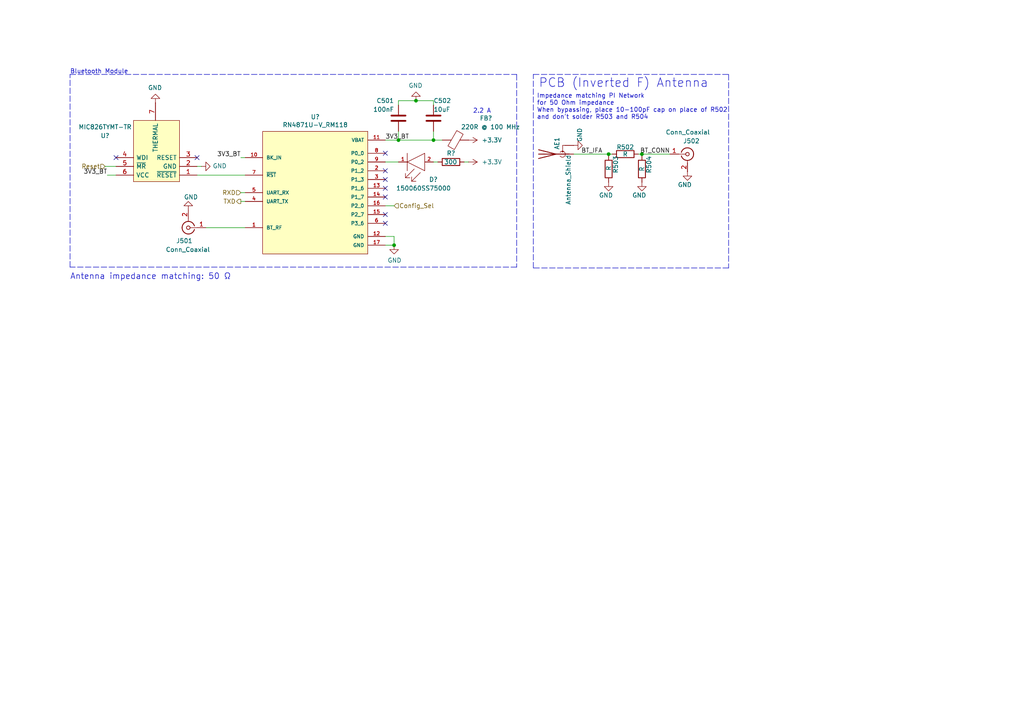
<source format=kicad_sch>
(kicad_sch (version 20231120) (generator "eeschema") (generator_version "8.0")
  (paper "A4")
  (title_block (title "Zynq-Based Master Controller") (date "2020-10-14") (rev "1.0") (company "JFH & SRM"))
  (lib_symbols
    (symbol "Connector:Conn_Coaxial" (pin_names (offset 1.016) hide)
      (property "Reference" "J" (at 0.254 3.048 0))
      (property "Value" "Conn_Coaxial" (at 2.921 0 90))
      (symbol "Conn_Coaxial_0_1"
        (arc (start -1.778 -0.508) (mid 0.2311 -1.8066) (end 1.778 0) (stroke (width 0.254)))
        (polyline (pts (xy -2.54 0) (xy -0.508 0)))
        (polyline (pts (xy 0 -2.54) (xy 0 -1.778)))
        (circle (center 0 0) (radius 0.508) (stroke (width 0.2032)))
        (arc (start 1.778 0) (mid 0.2099 1.8101) (end -1.778 0.508) (stroke (width 0.254)))
      )
      (symbol "Conn_Coaxial_1_1"
        (pin passive line (at -5.08 0 0) (length 2.54) (name "In") (number "1"))
        (pin passive line (at 0 -5.08 90) (length 2.54) (name "Ext") (number "2"))
      )
    )
    (symbol "Device:Antenna_Shield" (pin_numbers hide) (pin_names (offset 1.016) hide)
      (property "Reference" "AE" (at -1.905 4.445 0))
      (property "Value" "Antenna_Shield" (at -1.905 2.54 0))
      (symbol "Antenna_Shield_0_1"
        (arc (start -0.508 -1.143) (mid -0.8429 -2.1194) (end 0 -2.667))
        (arc (start 0 -2.667) (mid 0.7989 -2.1052) (end 0.508 -1.143))
        (polyline (pts (xy 0 -2.54) (xy 0 0)))
        (polyline (pts (xy 0 5.08) (xy 0 -3.81)) (stroke (width 0.254)))
        (polyline (pts (xy 0.762 -1.905) (xy 2.54 -1.905)))
        (polyline (pts (xy 2.54 -2.54) (xy 2.54 -1.905)))
        (polyline (pts (xy 1.27 5.08) (xy 0 0) (xy -1.27 5.08)) (stroke (width 0.254)))
        (circle (center 0.762 -1.905) (radius 0.1778) (fill (type outline)))
      )
      (symbol "Antenna_Shield_1_1"
        (pin input line (at 0 -5.08 90) (length 2.54) (name "A") (number "1"))
        (pin input line (at 2.54 -5.08 90) (length 2.54) (name "Shield") (number "2"))
      )
    )
    (symbol "Device:C" (pin_numbers hide) (pin_names (offset 0.254))
      (property "Reference" "C" (at 0.635 2.54 0))
      (property "Value" "C" (at 0.635 -2.54 0))
      (symbol "C_0_1"
        (polyline (pts (xy -2.032 -0.762) (xy 2.032 -0.762)) (stroke (width 0.508)))
        (polyline (pts (xy -2.032 0.762) (xy 2.032 0.762)) (stroke (width 0.508)))
      )
      (symbol "C_1_1"
        (pin passive line (at 0 3.81 270) (length 2.794) (name "~") (number "1"))
        (pin passive line (at 0 -3.81 90) (length 2.794) (name "~") (number "2"))
      )
    )
    (symbol "Device:FerriteBead" (pin_numbers hide) (pin_names (offset 0))
      (property "Reference" "FB" (at -3.81 0.635 90))
      (property "Value" "FerriteBead" (at 3.81 0 90))
      (symbol "FerriteBead_0_1"
        (polyline (pts (xy 0 -1.27) (xy 0 -1.2192)))
        (polyline (pts (xy 0 1.27) (xy 0 1.2954)))
        (polyline (pts (xy -2.7686 0.4064) (xy -1.7018 2.2606) (xy 2.7686 -0.3048) (xy 1.6764 -2.159) (xy -2.7686 0.4064)))
      )
      (symbol "FerriteBead_1_1"
        (pin passive line (at 0 3.81 270) (length 2.54) (name "~") (number "1"))
        (pin passive line (at 0 -3.81 90) (length 2.54) (name "~") (number "2"))
      )
    )
    (symbol "Device:R" (pin_numbers hide) (pin_names (offset 0))
      (property "Reference" "R" (at 2.032 0 90))
      (property "Value" "R" (at 0 0 90))
      (symbol "R_0_1"
        (rectangle (start -1.016 -2.54) (end 1.016 2.54) (stroke (width 0.254)))
      )
      (symbol "R_1_1"
        (pin passive line (at 0 3.81 270) (length 1.27) (name "~") (number "1"))
        (pin passive line (at 0 -3.81 90) (length 1.27) (name "~") (number "2"))
      )
    )
    (symbol "Vikings_actives:MIC826TYMT-TR" (pin_names (offset 0.762))
      (property "Reference" "U" (at 26.67 7.62 0))
      (property "Value" "MIC826TYMT-TR" (at 26.67 5.08 0))
      (symbol "MIC826TYMT-TR_0_0"
        (pin passive line (at 0 0 0) (length 5.08) (name "~{RESET}") (number "1"))
        (pin passive line (at 0 -2.54 0) (length 5.08) (name "GND") (number "2"))
        (pin passive line (at 0 -5.08 0) (length 5.08) (name "RESET") (number "3"))
        (pin passive line (at 23.495 -5.08 180) (length 5.08) (name "WDI") (number "4"))
        (pin passive line (at 23.495 -2.54 180) (length 5.08) (name "~{MR}") (number "5"))
        (pin passive line (at 23.495 0 180) (length 5.08) (name "VCC") (number "6"))
        (pin passive line (at 12.065 -20.955 90) (length 5.08) (name "THERMAL") (number "7"))
      )
      (symbol "MIC826TYMT-TR_0_1"
        (rectangle (start 5.08 1.905) (end 18.415 -15.875) (fill (type background)))
      )
    )
    (symbol "Vikings_actives:RN4871U-V_RM118" (pin_names (offset 1.016))
      (property "Reference" "U" (at 5.334 8.636 0))
      (property "Value" "RN4871U-V_RM118" (at 5.08 -30.48 0))
      (symbol "RN4871U-V_RM118_0_0"
        (rectangle (start 5.08 7.62) (end 35.56 -27.94) (fill (type background)))
        (pin bidirectional line (at 0 -20.32 0) (length 5.08) (name "BT_RF") (number "1"))
        (pin input line (at 0 0 0) (length 5.08) (name "BK_IN") (number "10"))
        (pin power_in line (at 40.64 5.08 180) (length 5.08) (name "VBAT") (number "11"))
        (pin power_in line (at 40.64 -22.86 180) (length 5.08) (name "GND") (number "12"))
        (pin bidirectional line (at 40.64 -8.89 180) (length 5.08) (name "P1_6") (number "13"))
        (pin bidirectional line (at 40.64 -11.43 180) (length 5.08) (name "P1_7") (number "14"))
        (pin output line (at 40.64 -16.51 180) (length 5.08) (name "P2_7") (number "15"))
        (pin input line (at 40.64 -13.97 180) (length 5.08) (name "P2_0") (number "16"))
        (pin power_in line (at 40.64 -25.4 180) (length 5.08) (name "GND") (number "17"))
        (pin bidirectional line (at 40.64 -3.81 180) (length 5.08) (name "P1_2") (number "2"))
        (pin bidirectional line (at 40.64 -6.35 180) (length 5.08) (name "P1_3") (number "3"))
        (pin output line (at 0 -12.7 0) (length 5.08) (name "UART_TX") (number "4"))
        (pin input line (at 0 -10.16 0) (length 5.08) (name "UART_RX") (number "5"))
        (pin bidirectional line (at 40.64 -19.05 180) (length 5.08) (name "P3_6") (number "6"))
        (pin input line (at 0 -5.08 0) (length 5.08) (name "~{RST}") (number "7"))
        (pin bidirectional line (at 40.64 1.27 180) (length 5.08) (name "P0_0") (number "8"))
        (pin bidirectional line (at 40.64 -1.27 180) (length 5.08) (name "P0_2") (number "9"))
      )
    )
    (symbol "Vikings_passives:150060SS75000" (pin_names (offset 1.016))
      (property "Reference" "LED" (at 0 10.16 0))
      (property "Value" "150060SS75000" (at 0 12.7 0))
      (symbol "150060SS75000_1_1"
        (polyline (pts (xy 0 -2.54) (xy 5.08 0)))
        (polyline (pts (xy 0 2.54) (xy 0 -2.54)))
        (polyline (pts (xy 0 2.54) (xy 5.08 0)))
        (polyline (pts (xy 1.27 3.048) (xy 3.81 5.588)))
        (polyline (pts (xy 3.048 2.032) (xy 5.588 4.572)))
        (polyline (pts (xy 3.81 5.588) (xy 2.54 5.588)))
        (polyline (pts (xy 3.81 5.588) (xy 3.81 4.318)))
        (polyline (pts (xy 5.08 2.54) (xy 5.08 -2.54)))
        (polyline (pts (xy 5.588 4.572) (xy 4.318 4.572)))
        (polyline (pts (xy 5.588 4.572) (xy 5.588 3.302)))
        (pin passive line (at 7.62 0 180) (length 2.54) (name "CATHODE") (number "1"))
        (pin passive line (at -2.54 0 0) (length 2.54) (name "ANODE") (number "2"))
      )
    )
    (symbol "power:+3.3V" (power) (pin_numbers hide) (pin_names (offset 0) hide)
      (property "Value" "+3.3V" (at 0 3.556 0))
      (symbol "+3.3V_0_1"
        (polyline (pts (xy -0.762 1.27) (xy 0 2.54)))
        (polyline (pts (xy 0 0) (xy 0 2.54)))
        (polyline (pts (xy 0 2.54) (xy 0.762 1.27)))
      )
      (symbol "+3.3V_1_1"
        (pin power_in line (at 0 0 90) (length 0) (name "~") (number "1"))
      )
    )
    (symbol "power:GND" (power) (pin_numbers hide) (pin_names (offset 0) hide)
      (property "Value" "GND" (at 0 -3.81 0))
      (symbol "GND_0_1"
        (polyline (pts (xy 0 0) (xy 0 -1.27) (xy 1.27 -1.27) (xy 0 -2.54) (xy -1.27 -1.27) (xy 0 -1.27)))
      )
      (symbol "GND_1_1"
        (pin power_in line (at 0 0 270) (length 0) (name "~") (number "1"))
      )
    )
  )
  (junction (at 114.3 71.12))
  (junction (at 186.182 44.704))
  (junction (at 176.53 44.704))
  (junction (at 115.57 40.64))
  (junction (at 120.65 29.21))
  (junction (at 125.73 40.64))
  (no_connect (at 111.76 49.53))
  (no_connect (at 111.76 64.77))
  (no_connect (at 111.76 44.45))
  (no_connect (at 111.76 54.61))
  (no_connect (at 111.76 52.07))
  (no_connect (at 111.76 57.15))
  (no_connect (at 57.15 45.72))
  (no_connect (at 33.655 45.72))
  (no_connect (at 111.76 62.23))
  (wire (pts (xy 33.655 48.26) (xy 30.48 48.26)))
  (wire (pts (xy 69.85 55.88) (xy 71.12 55.88)))
  (wire (pts (xy 186.182 44.704) (xy 194.31 44.704)))
  (wire (pts (xy 115.57 40.64) (xy 115.57 38.1)))
  (wire (pts (xy 185.166 44.704) (xy 186.182 44.704)))
  (polyline (pts (xy 211.328 77.724) (xy 154.686 77.724)) (stroke (width 0) (type dash)))
  (wire (pts (xy 125.73 30.48) (xy 125.73 29.21)))
  (polyline (pts (xy 154.686 21.59) (xy 211.328 21.59)) (stroke (width 0) (type dash)))
  (wire (pts (xy 57.15 48.26) (xy 58.42 48.26)))
  (wire (pts (xy 176.53 45.212) (xy 176.53 44.704)))
  (wire (pts (xy 115.57 40.64) (xy 111.76 40.64)))
  (wire (pts (xy 134.62 46.99) (xy 135.89 46.99)))
  (polyline (pts (xy 154.686 77.724) (xy 154.686 21.59)) (stroke (width 0) (type dash)))
  (wire (pts (xy 125.73 40.64) (xy 125.73 38.1)))
  (wire (pts (xy 59.69 66.04) (xy 71.12 66.04)))
  (polyline (pts (xy 20.32 77.47) (xy 20.32 21.59)) (stroke (width 0) (type dash)))
  (wire (pts (xy 114.3 68.58) (xy 114.3 71.12)))
  (polyline (pts (xy 149.86 77.47) (xy 20.32 77.47)) (stroke (width 0) (type dash)))
  (wire (pts (xy 125.73 40.64) (xy 128.27 40.64)))
  (wire (pts (xy 120.65 29.21) (xy 115.57 29.21)))
  (wire (pts (xy 166.37 44.704) (xy 176.53 44.704)))
  (wire (pts (xy 115.57 30.48) (xy 115.57 29.21)))
  (wire (pts (xy 125.73 29.21) (xy 120.65 29.21)))
  (wire (pts (xy 125.73 46.99) (xy 127 46.99)))
  (wire (pts (xy 115.57 40.64) (xy 125.73 40.64)))
  (wire (pts (xy 69.85 58.42) (xy 71.12 58.42)))
  (polyline (pts (xy 20.32 21.59) (xy 149.86 21.59)) (stroke (width 0) (type dash)))
  (wire (pts (xy 33.655 50.8) (xy 31.115 50.8)))
  (wire (pts (xy 177.546 44.704) (xy 176.53 44.704)))
  (wire (pts (xy 111.76 59.69) (xy 114.3 59.69)))
  (polyline (pts (xy 149.86 21.59) (xy 149.86 77.47)) (stroke (width 0) (type dash)))
  (wire (pts (xy 111.76 46.99) (xy 115.57 46.99)))
  (polyline (pts (xy 211.328 21.59) (xy 211.328 77.724)) (stroke (width 0) (type dash)))
  (wire (pts (xy 111.76 68.58) (xy 114.3 68.58)))
  (wire (pts (xy 69.85 45.72) (xy 71.12 45.72)))
  (wire (pts (xy 114.3 71.12) (xy 111.76 71.12)))
  (wire (pts (xy 186.182 45.212) (xy 186.182 44.704)))
  (wire (pts (xy 57.15 50.8) (xy 71.12 50.8)))
  (text "Bluetooth Module" (at 20.32 21.59 0) (effects (font (size 1.27 1.27)) (justify left bottom)))
  (text "2.2 A" (at 137.16 33.02 0) (effects (font (size 1.27 1.27)) (justify left bottom)))
  (text "Antenna impedance matching: 50 Ω" (at 20.32 81.28 0) (effects (font (size 1.7018 1.7018)) (justify left bottom)))
  (text "PCB (Inverted F) Antenna " (at 156.21 25.654 0) (effects (font (size 2.54 2.54)) (justify left bottom)))
  (text "Impedance matching PI Network\nfor 50 Ohm impedance\nWhen bypassing, place 10-100pF cap on place of R502\nand don't solder R503 and R504" (at 155.702 34.798 0) (effects (font (size 1.27 1.27)) (justify left bottom)))
  (label "BT_IFA" (at 174.752 44.704 180))
  (label "3V3_BT" (at 31.115 50.8 180))
  (label "3V3_BT" (at 111.76 40.64 0))
  (label "3V3_BT" (at 69.85 45.72 180))
  (label "BT_CONN" (at 194.31 44.704 180))
  (hierarchical_label "Config_Sel" (shape input) (at 114.3 59.69 0))
  (hierarchical_label "TXD" (shape output) (at 69.85 58.42 180))
  (hierarchical_label "RXD" (shape input) (at 69.85 55.88 180))
  (hierarchical_label "Reset" (shape input) (at 30.48 48.26 180))
  (symbol (lib_id "power:+3.3V") (at 135.89 40.64 270) (unit 1)
    (property "Reference" "#PWR0131" (effects (hide yes)))
    (property "Value" "+3.3V" (at 139.7 40.64 90) (effects (justify left)))
  )
  (symbol (lib_id "Device:C") (at 115.57 34.29 180) (unit 1)
    (property "Reference" "C501" (at 114.3 29.21 0) (effects (justify left)))
    (property "Value" "100nF" (at 114.3 31.75 0) (effects (justify left)))
    (property "Footprint" "Capacitor_SMD:C_0603_1608Metric" (effects (hide yes)))
  )
  (symbol (lib_id "power:GND") (at 54.61 60.96 180) (unit 1)
    (property "Reference" "#PWR0208" (effects (hide yes)))
    (property "Value" "GND" (at 53.34 57.15 0) (effects (justify right)))
  )
  (symbol (lib_id "power:GND") (at 120.65 29.21 180) (unit 1)
    (property "Reference" "#PWR0210" (effects (hide yes)))
    (property "Value" "GND" (at 120.523 24.8158 0))
  )
  (symbol (lib_id "Device:C") (at 125.73 34.29 0) (unit 1)
    (property "Reference" "C502" (at 125.73 29.21 0) (effects (justify left)))
    (property "Value" "10uF" (at 125.73 31.75 0) (effects (justify left)))
    (property "Footprint" "Capacitor_SMD:C_0603_1608Metric" (effects (hide yes)))
  )
  (symbol (lib_id "power:+3.3V") (at 135.89 46.99 270) (unit 1)
    (property "Reference" "#PWR0213" (effects (hide yes)))
    (property "Value" "+3.3V" (at 139.7 46.99 90) (effects (justify left)))
  )
  (symbol (lib_id "Device:R") (at 130.81 46.99 270) (unit 1)
    (property "Reference" "R?" (at 129.54 44.45 90) (effects (justify left)))
    (property "Value" "300" (at 128.778 46.99 90) (effects (justify left)))
    (property "Footprint" "Resistor_SMD:R_0603_1608Metric" (effects (hide yes)))
    (instances (project "" (path "" (reference "R?") (unit 1)) (path "" (reference "R501") (unit 1))))
  )
  (symbol (lib_id "Vikings_passives:150060SS75000") (at 123.19 46.99 180) (unit 1)
    (property "Reference" "D?" (at 127 52.07 0) (effects (justify left)))
    (property "Value" "150060SS75000" (at 130.81 54.61 0) (effects (justify left)))
    (property "Footprint" "Vikings_devices:Wurth_150060SS75000" (effects (hide yes)))
    (property "Datasheet" "http://katalog.we-online.com/led/datasheet/150060SS75000.pdf" (effects (hide yes)))
    (property "Color" "Red" (effects (hide yes)))
    (property "Component Link 1 Description" "Manufacturer URL" (effects (hide yes)))
    (property "Component Link 1 URL" "http://www.we-online.com" (effects (hide yes)))
    (property "category" "UNK" (effects (hide yes)))
    (property "ciiva ids" "12518860" (effects (hide yes)))
    (property "library id" "c86f0b01d77e687a" (effects (hide yes)))
    (property "manufacturer" "Wuerth Elektronik" (effects (hide yes)))
    (property "package" "0603_A" (effects (hide yes)))
    (property "release date" "1421305860" (effects (hide yes)))
    (property "vault revision" "5144AC10-0A10-433C-B4D0-D5D668B210EE" (effects (hide yes)))
    (property "imported" "yes" (effects (hide yes)))
    (instances (project "" (path "" (reference "D?") (unit 1)) (path "" (reference "D501") (unit 1))))
  )
  (symbol (lib_id "Vikings_actives:MIC826TYMT-TR") (at 57.15 50.8 180) (unit 1)
    (property "Reference" "U?" (at 30.48 39.37 0))
    (property "Value" "MIC826TYMT-TR" (at 30.48 36.83 0))
    (property "Footprint" "Vikings_devices:MIC826TYMT-TR" (effects (hide yes)))
    (property "Datasheet" "http://www.microchip.com/wwwproducts/en/MIC826" (effects (hide yes)))
    (property "Description" "Supervisory Circuits .5% Single Voltage Supervisor" (effects (hide yes)))
    (property "Height" "0.6" (effects (hide yes)))
    (property "Manufacturer_Name" "Microchip" (effects (hide yes)))
    (property "Manufacturer_Part_Number" "MIC826TYMT-TR" (effects (hide yes)))
    (property "Arrow Part Number" "MIC826TYMT-TR" (effects (hide yes)))
    (property "Arrow Price/Stock" "https://www.arrow.com/en/products/mic826tymt-tr/microchip-technology" (effects (hide yes)))
    (property "Mouser Part Number" "998-MIC826TYMTTR" (effects (hide yes)))
    (property "Mouser Price/Stock" "https://www.mouser.co.uk/ProductDetail/Microchip-Technology-Micrel/MIC826TYMT-TR?qs=Y3Q3JoKAO1SXo3ASLVuS1w%3D%3D" (effects (hide yes)))
    (instances (project "" (path "" (reference "U?") (unit 1)) (path "" (reference "U502") (unit 1))))
  )
  (symbol (lib_id "power:GND") (at 58.42 48.26 90) (unit 1)
    (property "Reference" "#PWR?" (effects (hide yes)))
    (property "Value" "GND" (at 61.6712 48.133 90) (effects (justify right)))
    (instances (project "" (path "" (reference "#PWR?") (unit 1)) (path "" (reference "#PWR0285") (unit 1))))
  )
  (symbol (lib_id "power:GND") (at 45.085 29.845 180) (unit 1)
    (property "Reference" "#PWR?" (effects (hide yes)))
    (property "Value" "GND" (at 44.958 25.4508 0))
    (instances (project "" (path "" (reference "#PWR?") (unit 1)) (path "" (reference "#PWR0286") (unit 1))))
  )
  (symbol (lib_id "Device:FerriteBead") (at 132.08 40.64 270) (unit 1)
    (property "Reference" "FB?" (at 140.97 34.29 90))
    (property "Value" "220R @ 100 MHz" (at 142.24 36.83 90))
    (property "Footprint" "Inductor_SMD:L_0603_1608Metric" (effects (hide yes)))
    (property "Description" "Ferrite bead" (effects (hide yes)))
    (property "Name" "MPZ1608S221ATA00" (effects (hide yes)))
    (instances (project "" (path "" (reference "FB?") (unit 1)) (path "" (reference "FB501") (unit 1))))
  )
  (symbol (lib_id "Connector:Conn_Coaxial") (at 199.39 44.704 0) (unit 1)
    (property "Reference" "J502" (at 198.12 40.894 0) (effects (justify left)))
    (property "Value" "Conn_Coaxial" (at 193.04 38.354 0) (effects (justify left)))
    (property "Footprint" "Connector_Coaxial:U.FL_Hirose_U.FL-R-SMT-1_Vertical" (effects (hide yes)))
    (property "Datasheet" "https://www.hirose.com/product/en/download_file/key_name/U.FL/category/Catalog/doc_file_id/31697/?file_category_id=4&item_id=15&is_series=1" (effects (hide yes)))
  )
  (symbol (lib_id "power:GND") (at 199.39 49.784 0) (unit 1)
    (property "Reference" "#PWR0403" (effects (hide yes)))
    (property "Value" "GND" (at 200.66 53.594 0) (effects (justify right)))
  )
  (symbol (lib_id "Device:Antenna_Shield") (at 161.29 44.704 90) (unit 1)
    (property "Reference" "AE1" (at 161.544 43.434 0) (effects (justify left)))
    (property "Value" "Antenna_Shield" (at 164.846 59.436 0) (effects (justify left)))
    (property "Footprint" "RF_Antenna:Texas_SWRA117D_2.4GHz_Right" (effects (hide yes)))
  )
  (symbol (lib_id "power:GND") (at 166.37 42.164 90) (unit 1)
    (property "Reference" "#PWR0402" (effects (hide yes)))
    (property "Value" "GND" (at 168.148 37.084 0) (effects (justify right)))
  )
  (symbol (lib_id "Device:R") (at 176.53 49.022 0) (unit 1)
    (property "Reference" "R503" (at 178.562 50.292 90) (effects (justify left)))
    (property "Value" "R" (at 176.53 49.53 90) (effects (justify left)))
    (property "Footprint" "Resistor_SMD:R_0603_1608Metric_Pad0.98x0.95mm_HandSolder" (effects (hide yes)))
  )
  (symbol (lib_id "Device:R") (at 181.356 44.704 270) (unit 1)
    (property "Reference" "R502" (at 181.356 42.672 90))
    (property "Value" "R" (at 181.356 44.704 90))
    (property "Footprint" "Resistor_SMD:R_0603_1608Metric_Pad0.98x0.95mm_HandSolder" (effects (hide yes)))
  )
  (symbol (lib_id "Device:R") (at 186.182 49.022 0) (unit 1)
    (property "Reference" "R504" (at 188.214 50.292 90) (effects (justify left)))
    (property "Value" "R" (at 186.182 49.784 90) (effects (justify left)))
    (property "Footprint" "Resistor_SMD:R_0603_1608Metric_Pad0.98x0.95mm_HandSolder" (effects (hide yes)))
  )
  (symbol (lib_id "power:GND") (at 176.53 52.832 0) (unit 1)
    (property "Reference" "#PWR0417" (effects (hide yes)))
    (property "Value" "GND" (at 177.8 56.642 0) (effects (justify right)))
  )
  (symbol (lib_id "power:GND") (at 186.182 52.832 0) (unit 1)
    (property "Reference" "#PWR0418" (effects (hide yes)))
    (property "Value" "GND" (at 187.452 56.642 0) (effects (justify right)))
  )
  (symbol (lib_id "Connector:Conn_Coaxial") (at 54.61 66.04 180) (unit 1)
    (property "Reference" "J501" (at 55.88 69.85 0) (effects (justify left)))
    (property "Value" "Conn_Coaxial" (at 60.96 72.39 0) (effects (justify left)))
    (property "Footprint" "Connector_Coaxial:U.FL_Hirose_U.FL-R-SMT-1_Vertical" (effects (hide yes)))
    (property "Datasheet" "https://www.hirose.com/product/en/download_file/key_name/U.FL/category/Catalog/doc_file_id/31697/?file_category_id=4&item_id=15&is_series=1" (effects (hide yes)))
  )
  (symbol (lib_id "Vikings_actives:RN4871U-V_RM118") (at 71.12 45.72 0) (unit 1)
    (property "Reference" "U?" (at 91.44 33.909 0))
    (property "Value" "RN4871U-V_RM118" (at 91.44 36.2204 0))
    (property "Footprint" "Vikings_devices:RN4871U" (effects (hide yes)))
    (property "Datasheet" "MICROCHIP" (effects (hide yes)))
    (property "Field4" "Manufacturer Recommendations" (effects (hide yes)))
    (instances (project "" (path "" (reference "U?") (unit 1)) (path "" (reference "U501") (unit 1))))
  )
  (symbol (lib_id "power:GND") (at 114.3 71.12 0) (unit 1)
    (property "Reference" "#PWR0206" (effects (hide yes)))
    (property "Value" "GND" (at 114.427 75.5142 0))
  )
)
</source>
